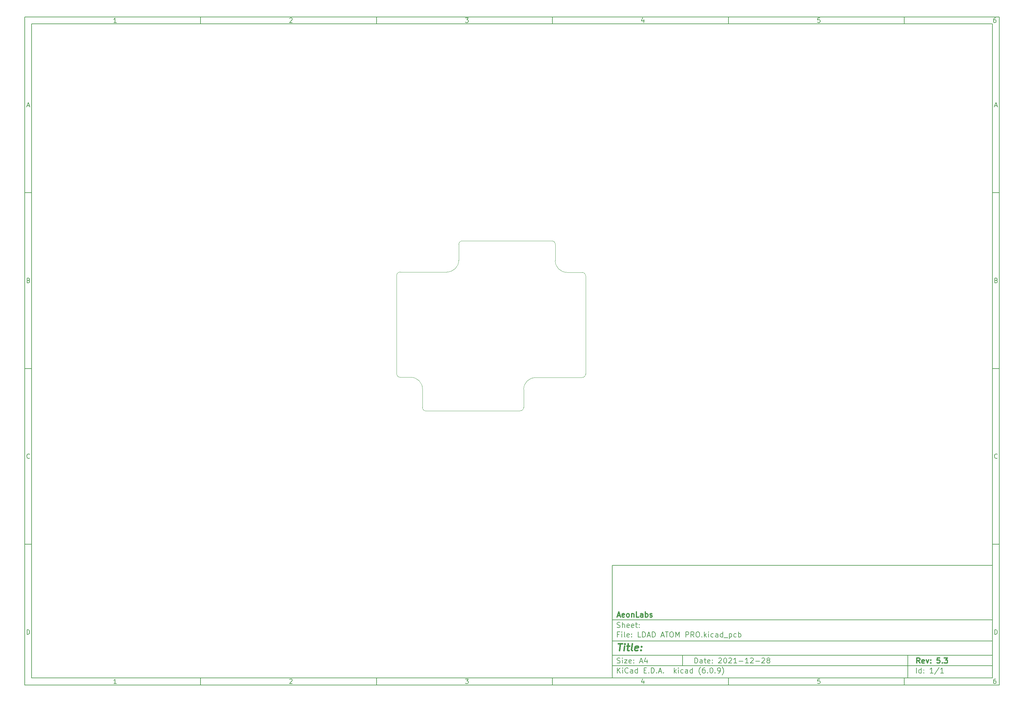
<source format=gbr>
G04 #@! TF.GenerationSoftware,KiCad,Pcbnew,(6.0.9)*
G04 #@! TF.CreationDate,2022-11-30T10:01:03+01:00*
G04 #@! TF.ProjectId,LDAD ATOM PRO,4c444144-2041-4544-9f4d-2050524f2e6b,5.3*
G04 #@! TF.SameCoordinates,Original*
G04 #@! TF.FileFunction,Profile,NP*
%FSLAX46Y46*%
G04 Gerber Fmt 4.6, Leading zero omitted, Abs format (unit mm)*
G04 Created by KiCad (PCBNEW (6.0.9)) date 2022-11-30 10:01:03*
%MOMM*%
%LPD*%
G01*
G04 APERTURE LIST*
%ADD10C,0.100000*%
%ADD11C,0.150000*%
%ADD12C,0.300000*%
%ADD13C,0.400000*%
G04 #@! TA.AperFunction,Profile*
%ADD14C,0.120000*%
G04 #@! TD*
G04 APERTURE END LIST*
D10*
D11*
X177002200Y-166007200D02*
X177002200Y-198007200D01*
X285002200Y-198007200D01*
X285002200Y-166007200D01*
X177002200Y-166007200D01*
D10*
D11*
X10000000Y-10000000D02*
X10000000Y-200007200D01*
X287002200Y-200007200D01*
X287002200Y-10000000D01*
X10000000Y-10000000D01*
D10*
D11*
X12000000Y-12000000D02*
X12000000Y-198007200D01*
X285002200Y-198007200D01*
X285002200Y-12000000D01*
X12000000Y-12000000D01*
D10*
D11*
X60000000Y-12000000D02*
X60000000Y-10000000D01*
D10*
D11*
X110000000Y-12000000D02*
X110000000Y-10000000D01*
D10*
D11*
X160000000Y-12000000D02*
X160000000Y-10000000D01*
D10*
D11*
X210000000Y-12000000D02*
X210000000Y-10000000D01*
D10*
D11*
X260000000Y-12000000D02*
X260000000Y-10000000D01*
D10*
D11*
X36065476Y-11588095D02*
X35322619Y-11588095D01*
X35694047Y-11588095D02*
X35694047Y-10288095D01*
X35570238Y-10473809D01*
X35446428Y-10597619D01*
X35322619Y-10659523D01*
D10*
D11*
X85322619Y-10411904D02*
X85384523Y-10350000D01*
X85508333Y-10288095D01*
X85817857Y-10288095D01*
X85941666Y-10350000D01*
X86003571Y-10411904D01*
X86065476Y-10535714D01*
X86065476Y-10659523D01*
X86003571Y-10845238D01*
X85260714Y-11588095D01*
X86065476Y-11588095D01*
D10*
D11*
X135260714Y-10288095D02*
X136065476Y-10288095D01*
X135632142Y-10783333D01*
X135817857Y-10783333D01*
X135941666Y-10845238D01*
X136003571Y-10907142D01*
X136065476Y-11030952D01*
X136065476Y-11340476D01*
X136003571Y-11464285D01*
X135941666Y-11526190D01*
X135817857Y-11588095D01*
X135446428Y-11588095D01*
X135322619Y-11526190D01*
X135260714Y-11464285D01*
D10*
D11*
X185941666Y-10721428D02*
X185941666Y-11588095D01*
X185632142Y-10226190D02*
X185322619Y-11154761D01*
X186127380Y-11154761D01*
D10*
D11*
X236003571Y-10288095D02*
X235384523Y-10288095D01*
X235322619Y-10907142D01*
X235384523Y-10845238D01*
X235508333Y-10783333D01*
X235817857Y-10783333D01*
X235941666Y-10845238D01*
X236003571Y-10907142D01*
X236065476Y-11030952D01*
X236065476Y-11340476D01*
X236003571Y-11464285D01*
X235941666Y-11526190D01*
X235817857Y-11588095D01*
X235508333Y-11588095D01*
X235384523Y-11526190D01*
X235322619Y-11464285D01*
D10*
D11*
X285941666Y-10288095D02*
X285694047Y-10288095D01*
X285570238Y-10350000D01*
X285508333Y-10411904D01*
X285384523Y-10597619D01*
X285322619Y-10845238D01*
X285322619Y-11340476D01*
X285384523Y-11464285D01*
X285446428Y-11526190D01*
X285570238Y-11588095D01*
X285817857Y-11588095D01*
X285941666Y-11526190D01*
X286003571Y-11464285D01*
X286065476Y-11340476D01*
X286065476Y-11030952D01*
X286003571Y-10907142D01*
X285941666Y-10845238D01*
X285817857Y-10783333D01*
X285570238Y-10783333D01*
X285446428Y-10845238D01*
X285384523Y-10907142D01*
X285322619Y-11030952D01*
D10*
D11*
X60000000Y-198007200D02*
X60000000Y-200007200D01*
D10*
D11*
X110000000Y-198007200D02*
X110000000Y-200007200D01*
D10*
D11*
X160000000Y-198007200D02*
X160000000Y-200007200D01*
D10*
D11*
X210000000Y-198007200D02*
X210000000Y-200007200D01*
D10*
D11*
X260000000Y-198007200D02*
X260000000Y-200007200D01*
D10*
D11*
X36065476Y-199595295D02*
X35322619Y-199595295D01*
X35694047Y-199595295D02*
X35694047Y-198295295D01*
X35570238Y-198481009D01*
X35446428Y-198604819D01*
X35322619Y-198666723D01*
D10*
D11*
X85322619Y-198419104D02*
X85384523Y-198357200D01*
X85508333Y-198295295D01*
X85817857Y-198295295D01*
X85941666Y-198357200D01*
X86003571Y-198419104D01*
X86065476Y-198542914D01*
X86065476Y-198666723D01*
X86003571Y-198852438D01*
X85260714Y-199595295D01*
X86065476Y-199595295D01*
D10*
D11*
X135260714Y-198295295D02*
X136065476Y-198295295D01*
X135632142Y-198790533D01*
X135817857Y-198790533D01*
X135941666Y-198852438D01*
X136003571Y-198914342D01*
X136065476Y-199038152D01*
X136065476Y-199347676D01*
X136003571Y-199471485D01*
X135941666Y-199533390D01*
X135817857Y-199595295D01*
X135446428Y-199595295D01*
X135322619Y-199533390D01*
X135260714Y-199471485D01*
D10*
D11*
X185941666Y-198728628D02*
X185941666Y-199595295D01*
X185632142Y-198233390D02*
X185322619Y-199161961D01*
X186127380Y-199161961D01*
D10*
D11*
X236003571Y-198295295D02*
X235384523Y-198295295D01*
X235322619Y-198914342D01*
X235384523Y-198852438D01*
X235508333Y-198790533D01*
X235817857Y-198790533D01*
X235941666Y-198852438D01*
X236003571Y-198914342D01*
X236065476Y-199038152D01*
X236065476Y-199347676D01*
X236003571Y-199471485D01*
X235941666Y-199533390D01*
X235817857Y-199595295D01*
X235508333Y-199595295D01*
X235384523Y-199533390D01*
X235322619Y-199471485D01*
D10*
D11*
X285941666Y-198295295D02*
X285694047Y-198295295D01*
X285570238Y-198357200D01*
X285508333Y-198419104D01*
X285384523Y-198604819D01*
X285322619Y-198852438D01*
X285322619Y-199347676D01*
X285384523Y-199471485D01*
X285446428Y-199533390D01*
X285570238Y-199595295D01*
X285817857Y-199595295D01*
X285941666Y-199533390D01*
X286003571Y-199471485D01*
X286065476Y-199347676D01*
X286065476Y-199038152D01*
X286003571Y-198914342D01*
X285941666Y-198852438D01*
X285817857Y-198790533D01*
X285570238Y-198790533D01*
X285446428Y-198852438D01*
X285384523Y-198914342D01*
X285322619Y-199038152D01*
D10*
D11*
X10000000Y-60000000D02*
X12000000Y-60000000D01*
D10*
D11*
X10000000Y-110000000D02*
X12000000Y-110000000D01*
D10*
D11*
X10000000Y-160000000D02*
X12000000Y-160000000D01*
D10*
D11*
X10690476Y-35216666D02*
X11309523Y-35216666D01*
X10566666Y-35588095D02*
X11000000Y-34288095D01*
X11433333Y-35588095D01*
D10*
D11*
X11092857Y-84907142D02*
X11278571Y-84969047D01*
X11340476Y-85030952D01*
X11402380Y-85154761D01*
X11402380Y-85340476D01*
X11340476Y-85464285D01*
X11278571Y-85526190D01*
X11154761Y-85588095D01*
X10659523Y-85588095D01*
X10659523Y-84288095D01*
X11092857Y-84288095D01*
X11216666Y-84350000D01*
X11278571Y-84411904D01*
X11340476Y-84535714D01*
X11340476Y-84659523D01*
X11278571Y-84783333D01*
X11216666Y-84845238D01*
X11092857Y-84907142D01*
X10659523Y-84907142D01*
D10*
D11*
X11402380Y-135464285D02*
X11340476Y-135526190D01*
X11154761Y-135588095D01*
X11030952Y-135588095D01*
X10845238Y-135526190D01*
X10721428Y-135402380D01*
X10659523Y-135278571D01*
X10597619Y-135030952D01*
X10597619Y-134845238D01*
X10659523Y-134597619D01*
X10721428Y-134473809D01*
X10845238Y-134350000D01*
X11030952Y-134288095D01*
X11154761Y-134288095D01*
X11340476Y-134350000D01*
X11402380Y-134411904D01*
D10*
D11*
X10659523Y-185588095D02*
X10659523Y-184288095D01*
X10969047Y-184288095D01*
X11154761Y-184350000D01*
X11278571Y-184473809D01*
X11340476Y-184597619D01*
X11402380Y-184845238D01*
X11402380Y-185030952D01*
X11340476Y-185278571D01*
X11278571Y-185402380D01*
X11154761Y-185526190D01*
X10969047Y-185588095D01*
X10659523Y-185588095D01*
D10*
D11*
X287002200Y-60000000D02*
X285002200Y-60000000D01*
D10*
D11*
X287002200Y-110000000D02*
X285002200Y-110000000D01*
D10*
D11*
X287002200Y-160000000D02*
X285002200Y-160000000D01*
D10*
D11*
X285692676Y-35216666D02*
X286311723Y-35216666D01*
X285568866Y-35588095D02*
X286002200Y-34288095D01*
X286435533Y-35588095D01*
D10*
D11*
X286095057Y-84907142D02*
X286280771Y-84969047D01*
X286342676Y-85030952D01*
X286404580Y-85154761D01*
X286404580Y-85340476D01*
X286342676Y-85464285D01*
X286280771Y-85526190D01*
X286156961Y-85588095D01*
X285661723Y-85588095D01*
X285661723Y-84288095D01*
X286095057Y-84288095D01*
X286218866Y-84350000D01*
X286280771Y-84411904D01*
X286342676Y-84535714D01*
X286342676Y-84659523D01*
X286280771Y-84783333D01*
X286218866Y-84845238D01*
X286095057Y-84907142D01*
X285661723Y-84907142D01*
D10*
D11*
X286404580Y-135464285D02*
X286342676Y-135526190D01*
X286156961Y-135588095D01*
X286033152Y-135588095D01*
X285847438Y-135526190D01*
X285723628Y-135402380D01*
X285661723Y-135278571D01*
X285599819Y-135030952D01*
X285599819Y-134845238D01*
X285661723Y-134597619D01*
X285723628Y-134473809D01*
X285847438Y-134350000D01*
X286033152Y-134288095D01*
X286156961Y-134288095D01*
X286342676Y-134350000D01*
X286404580Y-134411904D01*
D10*
D11*
X285661723Y-185588095D02*
X285661723Y-184288095D01*
X285971247Y-184288095D01*
X286156961Y-184350000D01*
X286280771Y-184473809D01*
X286342676Y-184597619D01*
X286404580Y-184845238D01*
X286404580Y-185030952D01*
X286342676Y-185278571D01*
X286280771Y-185402380D01*
X286156961Y-185526190D01*
X285971247Y-185588095D01*
X285661723Y-185588095D01*
D10*
D11*
X200434342Y-193785771D02*
X200434342Y-192285771D01*
X200791485Y-192285771D01*
X201005771Y-192357200D01*
X201148628Y-192500057D01*
X201220057Y-192642914D01*
X201291485Y-192928628D01*
X201291485Y-193142914D01*
X201220057Y-193428628D01*
X201148628Y-193571485D01*
X201005771Y-193714342D01*
X200791485Y-193785771D01*
X200434342Y-193785771D01*
X202577200Y-193785771D02*
X202577200Y-193000057D01*
X202505771Y-192857200D01*
X202362914Y-192785771D01*
X202077200Y-192785771D01*
X201934342Y-192857200D01*
X202577200Y-193714342D02*
X202434342Y-193785771D01*
X202077200Y-193785771D01*
X201934342Y-193714342D01*
X201862914Y-193571485D01*
X201862914Y-193428628D01*
X201934342Y-193285771D01*
X202077200Y-193214342D01*
X202434342Y-193214342D01*
X202577200Y-193142914D01*
X203077200Y-192785771D02*
X203648628Y-192785771D01*
X203291485Y-192285771D02*
X203291485Y-193571485D01*
X203362914Y-193714342D01*
X203505771Y-193785771D01*
X203648628Y-193785771D01*
X204720057Y-193714342D02*
X204577200Y-193785771D01*
X204291485Y-193785771D01*
X204148628Y-193714342D01*
X204077200Y-193571485D01*
X204077200Y-193000057D01*
X204148628Y-192857200D01*
X204291485Y-192785771D01*
X204577200Y-192785771D01*
X204720057Y-192857200D01*
X204791485Y-193000057D01*
X204791485Y-193142914D01*
X204077200Y-193285771D01*
X205434342Y-193642914D02*
X205505771Y-193714342D01*
X205434342Y-193785771D01*
X205362914Y-193714342D01*
X205434342Y-193642914D01*
X205434342Y-193785771D01*
X205434342Y-192857200D02*
X205505771Y-192928628D01*
X205434342Y-193000057D01*
X205362914Y-192928628D01*
X205434342Y-192857200D01*
X205434342Y-193000057D01*
X207220057Y-192428628D02*
X207291485Y-192357200D01*
X207434342Y-192285771D01*
X207791485Y-192285771D01*
X207934342Y-192357200D01*
X208005771Y-192428628D01*
X208077200Y-192571485D01*
X208077200Y-192714342D01*
X208005771Y-192928628D01*
X207148628Y-193785771D01*
X208077200Y-193785771D01*
X209005771Y-192285771D02*
X209148628Y-192285771D01*
X209291485Y-192357200D01*
X209362914Y-192428628D01*
X209434342Y-192571485D01*
X209505771Y-192857200D01*
X209505771Y-193214342D01*
X209434342Y-193500057D01*
X209362914Y-193642914D01*
X209291485Y-193714342D01*
X209148628Y-193785771D01*
X209005771Y-193785771D01*
X208862914Y-193714342D01*
X208791485Y-193642914D01*
X208720057Y-193500057D01*
X208648628Y-193214342D01*
X208648628Y-192857200D01*
X208720057Y-192571485D01*
X208791485Y-192428628D01*
X208862914Y-192357200D01*
X209005771Y-192285771D01*
X210077200Y-192428628D02*
X210148628Y-192357200D01*
X210291485Y-192285771D01*
X210648628Y-192285771D01*
X210791485Y-192357200D01*
X210862914Y-192428628D01*
X210934342Y-192571485D01*
X210934342Y-192714342D01*
X210862914Y-192928628D01*
X210005771Y-193785771D01*
X210934342Y-193785771D01*
X212362914Y-193785771D02*
X211505771Y-193785771D01*
X211934342Y-193785771D02*
X211934342Y-192285771D01*
X211791485Y-192500057D01*
X211648628Y-192642914D01*
X211505771Y-192714342D01*
X213005771Y-193214342D02*
X214148628Y-193214342D01*
X215648628Y-193785771D02*
X214791485Y-193785771D01*
X215220057Y-193785771D02*
X215220057Y-192285771D01*
X215077200Y-192500057D01*
X214934342Y-192642914D01*
X214791485Y-192714342D01*
X216220057Y-192428628D02*
X216291485Y-192357200D01*
X216434342Y-192285771D01*
X216791485Y-192285771D01*
X216934342Y-192357200D01*
X217005771Y-192428628D01*
X217077200Y-192571485D01*
X217077200Y-192714342D01*
X217005771Y-192928628D01*
X216148628Y-193785771D01*
X217077200Y-193785771D01*
X217720057Y-193214342D02*
X218862914Y-193214342D01*
X219505771Y-192428628D02*
X219577200Y-192357200D01*
X219720057Y-192285771D01*
X220077200Y-192285771D01*
X220220057Y-192357200D01*
X220291485Y-192428628D01*
X220362914Y-192571485D01*
X220362914Y-192714342D01*
X220291485Y-192928628D01*
X219434342Y-193785771D01*
X220362914Y-193785771D01*
X221220057Y-192928628D02*
X221077200Y-192857200D01*
X221005771Y-192785771D01*
X220934342Y-192642914D01*
X220934342Y-192571485D01*
X221005771Y-192428628D01*
X221077200Y-192357200D01*
X221220057Y-192285771D01*
X221505771Y-192285771D01*
X221648628Y-192357200D01*
X221720057Y-192428628D01*
X221791485Y-192571485D01*
X221791485Y-192642914D01*
X221720057Y-192785771D01*
X221648628Y-192857200D01*
X221505771Y-192928628D01*
X221220057Y-192928628D01*
X221077200Y-193000057D01*
X221005771Y-193071485D01*
X220934342Y-193214342D01*
X220934342Y-193500057D01*
X221005771Y-193642914D01*
X221077200Y-193714342D01*
X221220057Y-193785771D01*
X221505771Y-193785771D01*
X221648628Y-193714342D01*
X221720057Y-193642914D01*
X221791485Y-193500057D01*
X221791485Y-193214342D01*
X221720057Y-193071485D01*
X221648628Y-193000057D01*
X221505771Y-192928628D01*
D10*
D11*
X177002200Y-194507200D02*
X285002200Y-194507200D01*
D10*
D11*
X178434342Y-196585771D02*
X178434342Y-195085771D01*
X179291485Y-196585771D02*
X178648628Y-195728628D01*
X179291485Y-195085771D02*
X178434342Y-195942914D01*
X179934342Y-196585771D02*
X179934342Y-195585771D01*
X179934342Y-195085771D02*
X179862914Y-195157200D01*
X179934342Y-195228628D01*
X180005771Y-195157200D01*
X179934342Y-195085771D01*
X179934342Y-195228628D01*
X181505771Y-196442914D02*
X181434342Y-196514342D01*
X181220057Y-196585771D01*
X181077200Y-196585771D01*
X180862914Y-196514342D01*
X180720057Y-196371485D01*
X180648628Y-196228628D01*
X180577200Y-195942914D01*
X180577200Y-195728628D01*
X180648628Y-195442914D01*
X180720057Y-195300057D01*
X180862914Y-195157200D01*
X181077200Y-195085771D01*
X181220057Y-195085771D01*
X181434342Y-195157200D01*
X181505771Y-195228628D01*
X182791485Y-196585771D02*
X182791485Y-195800057D01*
X182720057Y-195657200D01*
X182577200Y-195585771D01*
X182291485Y-195585771D01*
X182148628Y-195657200D01*
X182791485Y-196514342D02*
X182648628Y-196585771D01*
X182291485Y-196585771D01*
X182148628Y-196514342D01*
X182077200Y-196371485D01*
X182077200Y-196228628D01*
X182148628Y-196085771D01*
X182291485Y-196014342D01*
X182648628Y-196014342D01*
X182791485Y-195942914D01*
X184148628Y-196585771D02*
X184148628Y-195085771D01*
X184148628Y-196514342D02*
X184005771Y-196585771D01*
X183720057Y-196585771D01*
X183577200Y-196514342D01*
X183505771Y-196442914D01*
X183434342Y-196300057D01*
X183434342Y-195871485D01*
X183505771Y-195728628D01*
X183577200Y-195657200D01*
X183720057Y-195585771D01*
X184005771Y-195585771D01*
X184148628Y-195657200D01*
X186005771Y-195800057D02*
X186505771Y-195800057D01*
X186720057Y-196585771D02*
X186005771Y-196585771D01*
X186005771Y-195085771D01*
X186720057Y-195085771D01*
X187362914Y-196442914D02*
X187434342Y-196514342D01*
X187362914Y-196585771D01*
X187291485Y-196514342D01*
X187362914Y-196442914D01*
X187362914Y-196585771D01*
X188077200Y-196585771D02*
X188077200Y-195085771D01*
X188434342Y-195085771D01*
X188648628Y-195157200D01*
X188791485Y-195300057D01*
X188862914Y-195442914D01*
X188934342Y-195728628D01*
X188934342Y-195942914D01*
X188862914Y-196228628D01*
X188791485Y-196371485D01*
X188648628Y-196514342D01*
X188434342Y-196585771D01*
X188077200Y-196585771D01*
X189577200Y-196442914D02*
X189648628Y-196514342D01*
X189577200Y-196585771D01*
X189505771Y-196514342D01*
X189577200Y-196442914D01*
X189577200Y-196585771D01*
X190220057Y-196157200D02*
X190934342Y-196157200D01*
X190077200Y-196585771D02*
X190577200Y-195085771D01*
X191077200Y-196585771D01*
X191577200Y-196442914D02*
X191648628Y-196514342D01*
X191577200Y-196585771D01*
X191505771Y-196514342D01*
X191577200Y-196442914D01*
X191577200Y-196585771D01*
X194577200Y-196585771D02*
X194577200Y-195085771D01*
X194720057Y-196014342D02*
X195148628Y-196585771D01*
X195148628Y-195585771D02*
X194577200Y-196157200D01*
X195791485Y-196585771D02*
X195791485Y-195585771D01*
X195791485Y-195085771D02*
X195720057Y-195157200D01*
X195791485Y-195228628D01*
X195862914Y-195157200D01*
X195791485Y-195085771D01*
X195791485Y-195228628D01*
X197148628Y-196514342D02*
X197005771Y-196585771D01*
X196720057Y-196585771D01*
X196577200Y-196514342D01*
X196505771Y-196442914D01*
X196434342Y-196300057D01*
X196434342Y-195871485D01*
X196505771Y-195728628D01*
X196577200Y-195657200D01*
X196720057Y-195585771D01*
X197005771Y-195585771D01*
X197148628Y-195657200D01*
X198434342Y-196585771D02*
X198434342Y-195800057D01*
X198362914Y-195657200D01*
X198220057Y-195585771D01*
X197934342Y-195585771D01*
X197791485Y-195657200D01*
X198434342Y-196514342D02*
X198291485Y-196585771D01*
X197934342Y-196585771D01*
X197791485Y-196514342D01*
X197720057Y-196371485D01*
X197720057Y-196228628D01*
X197791485Y-196085771D01*
X197934342Y-196014342D01*
X198291485Y-196014342D01*
X198434342Y-195942914D01*
X199791485Y-196585771D02*
X199791485Y-195085771D01*
X199791485Y-196514342D02*
X199648628Y-196585771D01*
X199362914Y-196585771D01*
X199220057Y-196514342D01*
X199148628Y-196442914D01*
X199077200Y-196300057D01*
X199077200Y-195871485D01*
X199148628Y-195728628D01*
X199220057Y-195657200D01*
X199362914Y-195585771D01*
X199648628Y-195585771D01*
X199791485Y-195657200D01*
X202077200Y-197157200D02*
X202005771Y-197085771D01*
X201862914Y-196871485D01*
X201791485Y-196728628D01*
X201720057Y-196514342D01*
X201648628Y-196157200D01*
X201648628Y-195871485D01*
X201720057Y-195514342D01*
X201791485Y-195300057D01*
X201862914Y-195157200D01*
X202005771Y-194942914D01*
X202077200Y-194871485D01*
X203291485Y-195085771D02*
X203005771Y-195085771D01*
X202862914Y-195157200D01*
X202791485Y-195228628D01*
X202648628Y-195442914D01*
X202577200Y-195728628D01*
X202577200Y-196300057D01*
X202648628Y-196442914D01*
X202720057Y-196514342D01*
X202862914Y-196585771D01*
X203148628Y-196585771D01*
X203291485Y-196514342D01*
X203362914Y-196442914D01*
X203434342Y-196300057D01*
X203434342Y-195942914D01*
X203362914Y-195800057D01*
X203291485Y-195728628D01*
X203148628Y-195657200D01*
X202862914Y-195657200D01*
X202720057Y-195728628D01*
X202648628Y-195800057D01*
X202577200Y-195942914D01*
X204077200Y-196442914D02*
X204148628Y-196514342D01*
X204077200Y-196585771D01*
X204005771Y-196514342D01*
X204077200Y-196442914D01*
X204077200Y-196585771D01*
X205077200Y-195085771D02*
X205220057Y-195085771D01*
X205362914Y-195157200D01*
X205434342Y-195228628D01*
X205505771Y-195371485D01*
X205577200Y-195657200D01*
X205577200Y-196014342D01*
X205505771Y-196300057D01*
X205434342Y-196442914D01*
X205362914Y-196514342D01*
X205220057Y-196585771D01*
X205077200Y-196585771D01*
X204934342Y-196514342D01*
X204862914Y-196442914D01*
X204791485Y-196300057D01*
X204720057Y-196014342D01*
X204720057Y-195657200D01*
X204791485Y-195371485D01*
X204862914Y-195228628D01*
X204934342Y-195157200D01*
X205077200Y-195085771D01*
X206220057Y-196442914D02*
X206291485Y-196514342D01*
X206220057Y-196585771D01*
X206148628Y-196514342D01*
X206220057Y-196442914D01*
X206220057Y-196585771D01*
X207005771Y-196585771D02*
X207291485Y-196585771D01*
X207434342Y-196514342D01*
X207505771Y-196442914D01*
X207648628Y-196228628D01*
X207720057Y-195942914D01*
X207720057Y-195371485D01*
X207648628Y-195228628D01*
X207577200Y-195157200D01*
X207434342Y-195085771D01*
X207148628Y-195085771D01*
X207005771Y-195157200D01*
X206934342Y-195228628D01*
X206862914Y-195371485D01*
X206862914Y-195728628D01*
X206934342Y-195871485D01*
X207005771Y-195942914D01*
X207148628Y-196014342D01*
X207434342Y-196014342D01*
X207577200Y-195942914D01*
X207648628Y-195871485D01*
X207720057Y-195728628D01*
X208220057Y-197157200D02*
X208291485Y-197085771D01*
X208434342Y-196871485D01*
X208505771Y-196728628D01*
X208577200Y-196514342D01*
X208648628Y-196157200D01*
X208648628Y-195871485D01*
X208577200Y-195514342D01*
X208505771Y-195300057D01*
X208434342Y-195157200D01*
X208291485Y-194942914D01*
X208220057Y-194871485D01*
D10*
D11*
X177002200Y-191507200D02*
X285002200Y-191507200D01*
D10*
D12*
X264411485Y-193785771D02*
X263911485Y-193071485D01*
X263554342Y-193785771D02*
X263554342Y-192285771D01*
X264125771Y-192285771D01*
X264268628Y-192357200D01*
X264340057Y-192428628D01*
X264411485Y-192571485D01*
X264411485Y-192785771D01*
X264340057Y-192928628D01*
X264268628Y-193000057D01*
X264125771Y-193071485D01*
X263554342Y-193071485D01*
X265625771Y-193714342D02*
X265482914Y-193785771D01*
X265197200Y-193785771D01*
X265054342Y-193714342D01*
X264982914Y-193571485D01*
X264982914Y-193000057D01*
X265054342Y-192857200D01*
X265197200Y-192785771D01*
X265482914Y-192785771D01*
X265625771Y-192857200D01*
X265697200Y-193000057D01*
X265697200Y-193142914D01*
X264982914Y-193285771D01*
X266197200Y-192785771D02*
X266554342Y-193785771D01*
X266911485Y-192785771D01*
X267482914Y-193642914D02*
X267554342Y-193714342D01*
X267482914Y-193785771D01*
X267411485Y-193714342D01*
X267482914Y-193642914D01*
X267482914Y-193785771D01*
X267482914Y-192857200D02*
X267554342Y-192928628D01*
X267482914Y-193000057D01*
X267411485Y-192928628D01*
X267482914Y-192857200D01*
X267482914Y-193000057D01*
X270054342Y-192285771D02*
X269340057Y-192285771D01*
X269268628Y-193000057D01*
X269340057Y-192928628D01*
X269482914Y-192857200D01*
X269840057Y-192857200D01*
X269982914Y-192928628D01*
X270054342Y-193000057D01*
X270125771Y-193142914D01*
X270125771Y-193500057D01*
X270054342Y-193642914D01*
X269982914Y-193714342D01*
X269840057Y-193785771D01*
X269482914Y-193785771D01*
X269340057Y-193714342D01*
X269268628Y-193642914D01*
X270768628Y-193642914D02*
X270840057Y-193714342D01*
X270768628Y-193785771D01*
X270697200Y-193714342D01*
X270768628Y-193642914D01*
X270768628Y-193785771D01*
X271340057Y-192285771D02*
X272268628Y-192285771D01*
X271768628Y-192857200D01*
X271982914Y-192857200D01*
X272125771Y-192928628D01*
X272197200Y-193000057D01*
X272268628Y-193142914D01*
X272268628Y-193500057D01*
X272197200Y-193642914D01*
X272125771Y-193714342D01*
X271982914Y-193785771D01*
X271554342Y-193785771D01*
X271411485Y-193714342D01*
X271340057Y-193642914D01*
D10*
D11*
X178362914Y-193714342D02*
X178577200Y-193785771D01*
X178934342Y-193785771D01*
X179077200Y-193714342D01*
X179148628Y-193642914D01*
X179220057Y-193500057D01*
X179220057Y-193357200D01*
X179148628Y-193214342D01*
X179077200Y-193142914D01*
X178934342Y-193071485D01*
X178648628Y-193000057D01*
X178505771Y-192928628D01*
X178434342Y-192857200D01*
X178362914Y-192714342D01*
X178362914Y-192571485D01*
X178434342Y-192428628D01*
X178505771Y-192357200D01*
X178648628Y-192285771D01*
X179005771Y-192285771D01*
X179220057Y-192357200D01*
X179862914Y-193785771D02*
X179862914Y-192785771D01*
X179862914Y-192285771D02*
X179791485Y-192357200D01*
X179862914Y-192428628D01*
X179934342Y-192357200D01*
X179862914Y-192285771D01*
X179862914Y-192428628D01*
X180434342Y-192785771D02*
X181220057Y-192785771D01*
X180434342Y-193785771D01*
X181220057Y-193785771D01*
X182362914Y-193714342D02*
X182220057Y-193785771D01*
X181934342Y-193785771D01*
X181791485Y-193714342D01*
X181720057Y-193571485D01*
X181720057Y-193000057D01*
X181791485Y-192857200D01*
X181934342Y-192785771D01*
X182220057Y-192785771D01*
X182362914Y-192857200D01*
X182434342Y-193000057D01*
X182434342Y-193142914D01*
X181720057Y-193285771D01*
X183077200Y-193642914D02*
X183148628Y-193714342D01*
X183077200Y-193785771D01*
X183005771Y-193714342D01*
X183077200Y-193642914D01*
X183077200Y-193785771D01*
X183077200Y-192857200D02*
X183148628Y-192928628D01*
X183077200Y-193000057D01*
X183005771Y-192928628D01*
X183077200Y-192857200D01*
X183077200Y-193000057D01*
X184862914Y-193357200D02*
X185577200Y-193357200D01*
X184720057Y-193785771D02*
X185220057Y-192285771D01*
X185720057Y-193785771D01*
X186862914Y-192785771D02*
X186862914Y-193785771D01*
X186505771Y-192214342D02*
X186148628Y-193285771D01*
X187077200Y-193285771D01*
D10*
D11*
X263434342Y-196585771D02*
X263434342Y-195085771D01*
X264791485Y-196585771D02*
X264791485Y-195085771D01*
X264791485Y-196514342D02*
X264648628Y-196585771D01*
X264362914Y-196585771D01*
X264220057Y-196514342D01*
X264148628Y-196442914D01*
X264077200Y-196300057D01*
X264077200Y-195871485D01*
X264148628Y-195728628D01*
X264220057Y-195657200D01*
X264362914Y-195585771D01*
X264648628Y-195585771D01*
X264791485Y-195657200D01*
X265505771Y-196442914D02*
X265577200Y-196514342D01*
X265505771Y-196585771D01*
X265434342Y-196514342D01*
X265505771Y-196442914D01*
X265505771Y-196585771D01*
X265505771Y-195657200D02*
X265577200Y-195728628D01*
X265505771Y-195800057D01*
X265434342Y-195728628D01*
X265505771Y-195657200D01*
X265505771Y-195800057D01*
X268148628Y-196585771D02*
X267291485Y-196585771D01*
X267720057Y-196585771D02*
X267720057Y-195085771D01*
X267577200Y-195300057D01*
X267434342Y-195442914D01*
X267291485Y-195514342D01*
X269862914Y-195014342D02*
X268577200Y-196942914D01*
X271148628Y-196585771D02*
X270291485Y-196585771D01*
X270720057Y-196585771D02*
X270720057Y-195085771D01*
X270577200Y-195300057D01*
X270434342Y-195442914D01*
X270291485Y-195514342D01*
D10*
D11*
X177002200Y-187507200D02*
X285002200Y-187507200D01*
D10*
D13*
X178714580Y-188211961D02*
X179857438Y-188211961D01*
X179036009Y-190211961D02*
X179286009Y-188211961D01*
X180274104Y-190211961D02*
X180440771Y-188878628D01*
X180524104Y-188211961D02*
X180416961Y-188307200D01*
X180500295Y-188402438D01*
X180607438Y-188307200D01*
X180524104Y-188211961D01*
X180500295Y-188402438D01*
X181107438Y-188878628D02*
X181869342Y-188878628D01*
X181476485Y-188211961D02*
X181262200Y-189926247D01*
X181333628Y-190116723D01*
X181512200Y-190211961D01*
X181702676Y-190211961D01*
X182655057Y-190211961D02*
X182476485Y-190116723D01*
X182405057Y-189926247D01*
X182619342Y-188211961D01*
X184190771Y-190116723D02*
X183988390Y-190211961D01*
X183607438Y-190211961D01*
X183428866Y-190116723D01*
X183357438Y-189926247D01*
X183452676Y-189164342D01*
X183571723Y-188973866D01*
X183774104Y-188878628D01*
X184155057Y-188878628D01*
X184333628Y-188973866D01*
X184405057Y-189164342D01*
X184381247Y-189354819D01*
X183405057Y-189545295D01*
X185155057Y-190021485D02*
X185238390Y-190116723D01*
X185131247Y-190211961D01*
X185047914Y-190116723D01*
X185155057Y-190021485D01*
X185131247Y-190211961D01*
X185286009Y-188973866D02*
X185369342Y-189069104D01*
X185262200Y-189164342D01*
X185178866Y-189069104D01*
X185286009Y-188973866D01*
X185262200Y-189164342D01*
D10*
D11*
X178934342Y-185600057D02*
X178434342Y-185600057D01*
X178434342Y-186385771D02*
X178434342Y-184885771D01*
X179148628Y-184885771D01*
X179720057Y-186385771D02*
X179720057Y-185385771D01*
X179720057Y-184885771D02*
X179648628Y-184957200D01*
X179720057Y-185028628D01*
X179791485Y-184957200D01*
X179720057Y-184885771D01*
X179720057Y-185028628D01*
X180648628Y-186385771D02*
X180505771Y-186314342D01*
X180434342Y-186171485D01*
X180434342Y-184885771D01*
X181791485Y-186314342D02*
X181648628Y-186385771D01*
X181362914Y-186385771D01*
X181220057Y-186314342D01*
X181148628Y-186171485D01*
X181148628Y-185600057D01*
X181220057Y-185457200D01*
X181362914Y-185385771D01*
X181648628Y-185385771D01*
X181791485Y-185457200D01*
X181862914Y-185600057D01*
X181862914Y-185742914D01*
X181148628Y-185885771D01*
X182505771Y-186242914D02*
X182577200Y-186314342D01*
X182505771Y-186385771D01*
X182434342Y-186314342D01*
X182505771Y-186242914D01*
X182505771Y-186385771D01*
X182505771Y-185457200D02*
X182577200Y-185528628D01*
X182505771Y-185600057D01*
X182434342Y-185528628D01*
X182505771Y-185457200D01*
X182505771Y-185600057D01*
X185077200Y-186385771D02*
X184362914Y-186385771D01*
X184362914Y-184885771D01*
X185577200Y-186385771D02*
X185577200Y-184885771D01*
X185934342Y-184885771D01*
X186148628Y-184957200D01*
X186291485Y-185100057D01*
X186362914Y-185242914D01*
X186434342Y-185528628D01*
X186434342Y-185742914D01*
X186362914Y-186028628D01*
X186291485Y-186171485D01*
X186148628Y-186314342D01*
X185934342Y-186385771D01*
X185577200Y-186385771D01*
X187005771Y-185957200D02*
X187720057Y-185957200D01*
X186862914Y-186385771D02*
X187362914Y-184885771D01*
X187862914Y-186385771D01*
X188362914Y-186385771D02*
X188362914Y-184885771D01*
X188720057Y-184885771D01*
X188934342Y-184957200D01*
X189077200Y-185100057D01*
X189148628Y-185242914D01*
X189220057Y-185528628D01*
X189220057Y-185742914D01*
X189148628Y-186028628D01*
X189077200Y-186171485D01*
X188934342Y-186314342D01*
X188720057Y-186385771D01*
X188362914Y-186385771D01*
X190934342Y-185957200D02*
X191648628Y-185957200D01*
X190791485Y-186385771D02*
X191291485Y-184885771D01*
X191791485Y-186385771D01*
X192077200Y-184885771D02*
X192934342Y-184885771D01*
X192505771Y-186385771D02*
X192505771Y-184885771D01*
X193720057Y-184885771D02*
X194005771Y-184885771D01*
X194148628Y-184957200D01*
X194291485Y-185100057D01*
X194362914Y-185385771D01*
X194362914Y-185885771D01*
X194291485Y-186171485D01*
X194148628Y-186314342D01*
X194005771Y-186385771D01*
X193720057Y-186385771D01*
X193577200Y-186314342D01*
X193434342Y-186171485D01*
X193362914Y-185885771D01*
X193362914Y-185385771D01*
X193434342Y-185100057D01*
X193577200Y-184957200D01*
X193720057Y-184885771D01*
X195005771Y-186385771D02*
X195005771Y-184885771D01*
X195505771Y-185957200D01*
X196005771Y-184885771D01*
X196005771Y-186385771D01*
X197862914Y-186385771D02*
X197862914Y-184885771D01*
X198434342Y-184885771D01*
X198577200Y-184957200D01*
X198648628Y-185028628D01*
X198720057Y-185171485D01*
X198720057Y-185385771D01*
X198648628Y-185528628D01*
X198577200Y-185600057D01*
X198434342Y-185671485D01*
X197862914Y-185671485D01*
X200220057Y-186385771D02*
X199720057Y-185671485D01*
X199362914Y-186385771D02*
X199362914Y-184885771D01*
X199934342Y-184885771D01*
X200077200Y-184957200D01*
X200148628Y-185028628D01*
X200220057Y-185171485D01*
X200220057Y-185385771D01*
X200148628Y-185528628D01*
X200077200Y-185600057D01*
X199934342Y-185671485D01*
X199362914Y-185671485D01*
X201148628Y-184885771D02*
X201434342Y-184885771D01*
X201577200Y-184957200D01*
X201720057Y-185100057D01*
X201791485Y-185385771D01*
X201791485Y-185885771D01*
X201720057Y-186171485D01*
X201577200Y-186314342D01*
X201434342Y-186385771D01*
X201148628Y-186385771D01*
X201005771Y-186314342D01*
X200862914Y-186171485D01*
X200791485Y-185885771D01*
X200791485Y-185385771D01*
X200862914Y-185100057D01*
X201005771Y-184957200D01*
X201148628Y-184885771D01*
X202434342Y-186242914D02*
X202505771Y-186314342D01*
X202434342Y-186385771D01*
X202362914Y-186314342D01*
X202434342Y-186242914D01*
X202434342Y-186385771D01*
X203148628Y-186385771D02*
X203148628Y-184885771D01*
X203291485Y-185814342D02*
X203720057Y-186385771D01*
X203720057Y-185385771D02*
X203148628Y-185957200D01*
X204362914Y-186385771D02*
X204362914Y-185385771D01*
X204362914Y-184885771D02*
X204291485Y-184957200D01*
X204362914Y-185028628D01*
X204434342Y-184957200D01*
X204362914Y-184885771D01*
X204362914Y-185028628D01*
X205720057Y-186314342D02*
X205577200Y-186385771D01*
X205291485Y-186385771D01*
X205148628Y-186314342D01*
X205077200Y-186242914D01*
X205005771Y-186100057D01*
X205005771Y-185671485D01*
X205077200Y-185528628D01*
X205148628Y-185457200D01*
X205291485Y-185385771D01*
X205577200Y-185385771D01*
X205720057Y-185457200D01*
X207005771Y-186385771D02*
X207005771Y-185600057D01*
X206934342Y-185457200D01*
X206791485Y-185385771D01*
X206505771Y-185385771D01*
X206362914Y-185457200D01*
X207005771Y-186314342D02*
X206862914Y-186385771D01*
X206505771Y-186385771D01*
X206362914Y-186314342D01*
X206291485Y-186171485D01*
X206291485Y-186028628D01*
X206362914Y-185885771D01*
X206505771Y-185814342D01*
X206862914Y-185814342D01*
X207005771Y-185742914D01*
X208362914Y-186385771D02*
X208362914Y-184885771D01*
X208362914Y-186314342D02*
X208220057Y-186385771D01*
X207934342Y-186385771D01*
X207791485Y-186314342D01*
X207720057Y-186242914D01*
X207648628Y-186100057D01*
X207648628Y-185671485D01*
X207720057Y-185528628D01*
X207791485Y-185457200D01*
X207934342Y-185385771D01*
X208220057Y-185385771D01*
X208362914Y-185457200D01*
X208720057Y-186528628D02*
X209862914Y-186528628D01*
X210220057Y-185385771D02*
X210220057Y-186885771D01*
X210220057Y-185457200D02*
X210362914Y-185385771D01*
X210648628Y-185385771D01*
X210791485Y-185457200D01*
X210862914Y-185528628D01*
X210934342Y-185671485D01*
X210934342Y-186100057D01*
X210862914Y-186242914D01*
X210791485Y-186314342D01*
X210648628Y-186385771D01*
X210362914Y-186385771D01*
X210220057Y-186314342D01*
X212220057Y-186314342D02*
X212077200Y-186385771D01*
X211791485Y-186385771D01*
X211648628Y-186314342D01*
X211577200Y-186242914D01*
X211505771Y-186100057D01*
X211505771Y-185671485D01*
X211577200Y-185528628D01*
X211648628Y-185457200D01*
X211791485Y-185385771D01*
X212077200Y-185385771D01*
X212220057Y-185457200D01*
X212862914Y-186385771D02*
X212862914Y-184885771D01*
X212862914Y-185457200D02*
X213005771Y-185385771D01*
X213291485Y-185385771D01*
X213434342Y-185457200D01*
X213505771Y-185528628D01*
X213577200Y-185671485D01*
X213577200Y-186100057D01*
X213505771Y-186242914D01*
X213434342Y-186314342D01*
X213291485Y-186385771D01*
X213005771Y-186385771D01*
X212862914Y-186314342D01*
D10*
D11*
X177002200Y-181507200D02*
X285002200Y-181507200D01*
D10*
D11*
X178362914Y-183614342D02*
X178577200Y-183685771D01*
X178934342Y-183685771D01*
X179077200Y-183614342D01*
X179148628Y-183542914D01*
X179220057Y-183400057D01*
X179220057Y-183257200D01*
X179148628Y-183114342D01*
X179077200Y-183042914D01*
X178934342Y-182971485D01*
X178648628Y-182900057D01*
X178505771Y-182828628D01*
X178434342Y-182757200D01*
X178362914Y-182614342D01*
X178362914Y-182471485D01*
X178434342Y-182328628D01*
X178505771Y-182257200D01*
X178648628Y-182185771D01*
X179005771Y-182185771D01*
X179220057Y-182257200D01*
X179862914Y-183685771D02*
X179862914Y-182185771D01*
X180505771Y-183685771D02*
X180505771Y-182900057D01*
X180434342Y-182757200D01*
X180291485Y-182685771D01*
X180077200Y-182685771D01*
X179934342Y-182757200D01*
X179862914Y-182828628D01*
X181791485Y-183614342D02*
X181648628Y-183685771D01*
X181362914Y-183685771D01*
X181220057Y-183614342D01*
X181148628Y-183471485D01*
X181148628Y-182900057D01*
X181220057Y-182757200D01*
X181362914Y-182685771D01*
X181648628Y-182685771D01*
X181791485Y-182757200D01*
X181862914Y-182900057D01*
X181862914Y-183042914D01*
X181148628Y-183185771D01*
X183077200Y-183614342D02*
X182934342Y-183685771D01*
X182648628Y-183685771D01*
X182505771Y-183614342D01*
X182434342Y-183471485D01*
X182434342Y-182900057D01*
X182505771Y-182757200D01*
X182648628Y-182685771D01*
X182934342Y-182685771D01*
X183077200Y-182757200D01*
X183148628Y-182900057D01*
X183148628Y-183042914D01*
X182434342Y-183185771D01*
X183577200Y-182685771D02*
X184148628Y-182685771D01*
X183791485Y-182185771D02*
X183791485Y-183471485D01*
X183862914Y-183614342D01*
X184005771Y-183685771D01*
X184148628Y-183685771D01*
X184648628Y-183542914D02*
X184720057Y-183614342D01*
X184648628Y-183685771D01*
X184577200Y-183614342D01*
X184648628Y-183542914D01*
X184648628Y-183685771D01*
X184648628Y-182757200D02*
X184720057Y-182828628D01*
X184648628Y-182900057D01*
X184577200Y-182828628D01*
X184648628Y-182757200D01*
X184648628Y-182900057D01*
D10*
D12*
X178482914Y-180257200D02*
X179197200Y-180257200D01*
X178340057Y-180685771D02*
X178840057Y-179185771D01*
X179340057Y-180685771D01*
X180411485Y-180614342D02*
X180268628Y-180685771D01*
X179982914Y-180685771D01*
X179840057Y-180614342D01*
X179768628Y-180471485D01*
X179768628Y-179900057D01*
X179840057Y-179757200D01*
X179982914Y-179685771D01*
X180268628Y-179685771D01*
X180411485Y-179757200D01*
X180482914Y-179900057D01*
X180482914Y-180042914D01*
X179768628Y-180185771D01*
X181340057Y-180685771D02*
X181197200Y-180614342D01*
X181125771Y-180542914D01*
X181054342Y-180400057D01*
X181054342Y-179971485D01*
X181125771Y-179828628D01*
X181197200Y-179757200D01*
X181340057Y-179685771D01*
X181554342Y-179685771D01*
X181697200Y-179757200D01*
X181768628Y-179828628D01*
X181840057Y-179971485D01*
X181840057Y-180400057D01*
X181768628Y-180542914D01*
X181697200Y-180614342D01*
X181554342Y-180685771D01*
X181340057Y-180685771D01*
X182482914Y-179685771D02*
X182482914Y-180685771D01*
X182482914Y-179828628D02*
X182554342Y-179757200D01*
X182697200Y-179685771D01*
X182911485Y-179685771D01*
X183054342Y-179757200D01*
X183125771Y-179900057D01*
X183125771Y-180685771D01*
X184554342Y-180685771D02*
X183840057Y-180685771D01*
X183840057Y-179185771D01*
X185697200Y-180685771D02*
X185697200Y-179900057D01*
X185625771Y-179757200D01*
X185482914Y-179685771D01*
X185197200Y-179685771D01*
X185054342Y-179757200D01*
X185697200Y-180614342D02*
X185554342Y-180685771D01*
X185197200Y-180685771D01*
X185054342Y-180614342D01*
X184982914Y-180471485D01*
X184982914Y-180328628D01*
X185054342Y-180185771D01*
X185197200Y-180114342D01*
X185554342Y-180114342D01*
X185697200Y-180042914D01*
X186411485Y-180685771D02*
X186411485Y-179185771D01*
X186411485Y-179757200D02*
X186554342Y-179685771D01*
X186840057Y-179685771D01*
X186982914Y-179757200D01*
X187054342Y-179828628D01*
X187125771Y-179971485D01*
X187125771Y-180400057D01*
X187054342Y-180542914D01*
X186982914Y-180614342D01*
X186840057Y-180685771D01*
X186554342Y-180685771D01*
X186411485Y-180614342D01*
X187697200Y-180614342D02*
X187840057Y-180685771D01*
X188125771Y-180685771D01*
X188268628Y-180614342D01*
X188340057Y-180471485D01*
X188340057Y-180400057D01*
X188268628Y-180257200D01*
X188125771Y-180185771D01*
X187911485Y-180185771D01*
X187768628Y-180114342D01*
X187697200Y-179971485D01*
X187697200Y-179900057D01*
X187768628Y-179757200D01*
X187911485Y-179685771D01*
X188125771Y-179685771D01*
X188268628Y-179757200D01*
D10*
D11*
D10*
D11*
D10*
D11*
D10*
D11*
D10*
D11*
X197002200Y-191507200D02*
X197002200Y-194507200D01*
D10*
D11*
X261002200Y-191507200D02*
X261002200Y-198007200D01*
D14*
G04 #@! TO.C,G\u002A\u002A\u002A*
X160787671Y-74711851D02*
X160776866Y-79300755D01*
X133369724Y-74646254D02*
X133358919Y-79235158D01*
X169409371Y-83672874D02*
X169413426Y-111599452D01*
X164086708Y-82643099D02*
X168448275Y-82646023D01*
X115706575Y-83505000D02*
X115726417Y-111467344D01*
X116687513Y-112494195D02*
X119756575Y-112495000D01*
X168386575Y-112560548D02*
X155153427Y-112589452D01*
X116733426Y-82543904D02*
X130016575Y-82545000D01*
X123045479Y-121048149D02*
X123066417Y-115837344D01*
X151803426Y-121083904D02*
X151811083Y-115899294D01*
X124006575Y-122075000D02*
X150776575Y-122045000D01*
X134406575Y-73695000D02*
X159826575Y-73685000D01*
X116733426Y-82543903D02*
G75*
G03*
X115706575Y-83505000I-16851J-1011097D01*
G01*
X123045478Y-121048149D02*
G75*
G03*
X124006575Y-122075000I1011097J-16851D01*
G01*
X123066417Y-115837344D02*
G75*
G03*
X119756575Y-112495000I-3309842J32344D01*
G01*
X155153427Y-112589446D02*
G75*
G03*
X151811083Y-115899294I-32342J-3309844D01*
G01*
X168386575Y-112560548D02*
G75*
G03*
X169413426Y-111599452I16850J1011098D01*
G01*
X130016575Y-82545000D02*
G75*
G03*
X133358919Y-79235158I32344J3309842D01*
G01*
X160787672Y-74711851D02*
G75*
G03*
X159826575Y-73685000I-1011097J16851D01*
G01*
X150776575Y-122044998D02*
G75*
G03*
X151803426Y-121083904I16850J1011098D01*
G01*
X160776864Y-79300755D02*
G75*
G03*
X164086708Y-82643099I3309841J-32345D01*
G01*
X134396575Y-73694999D02*
G75*
G03*
X133369724Y-74656096I-16851J-1011097D01*
G01*
X169409348Y-83672874D02*
G75*
G03*
X168448275Y-82646023I-1011073J16874D01*
G01*
X115726416Y-111467344D02*
G75*
G03*
X116687513Y-112494195I1011097J-16851D01*
G01*
G04 #@! TD*
M02*

</source>
